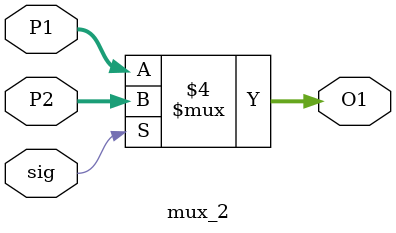
<source format=v>
`timescale 1ns / 1ps
module mux_2(
    input [3:0]P1,
    input [3:0]P2,
    input sig,
    output reg [3:0]O1
    );
	always @(*)
	begin
	if(sig==0)
		O1=P1;
	else
		O1=P2;
	end

endmodule

</source>
